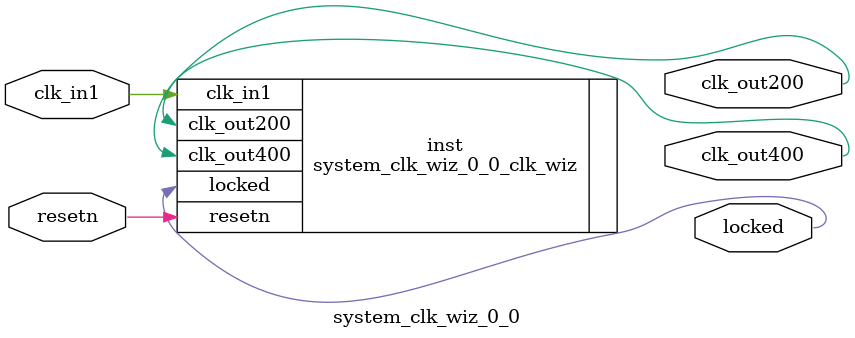
<source format=v>


`timescale 1ps/1ps

(* CORE_GENERATION_INFO = "system_clk_wiz_0_0,clk_wiz_v6_0_6_0_0,{component_name=system_clk_wiz_0_0,use_phase_alignment=true,use_min_o_jitter=false,use_max_i_jitter=false,use_dyn_phase_shift=false,use_inclk_switchover=false,use_dyn_reconfig=false,enable_axi=0,feedback_source=FDBK_AUTO,PRIMITIVE=PLL,num_out_clk=2,clkin1_period=10.000,clkin2_period=10.000,use_power_down=false,use_reset=true,use_locked=true,use_inclk_stopped=false,feedback_type=SINGLE,CLOCK_MGR_TYPE=NA,manual_override=false}" *)

module system_clk_wiz_0_0 
 (
  // Clock out ports
  output        clk_out400,
  output        clk_out200,
  // Status and control signals
  input         resetn,
  output        locked,
 // Clock in ports
  input         clk_in1
 );

  system_clk_wiz_0_0_clk_wiz inst
  (
  // Clock out ports  
  .clk_out400(clk_out400),
  .clk_out200(clk_out200),
  // Status and control signals               
  .resetn(resetn), 
  .locked(locked),
 // Clock in ports
  .clk_in1(clk_in1)
  );

endmodule

</source>
